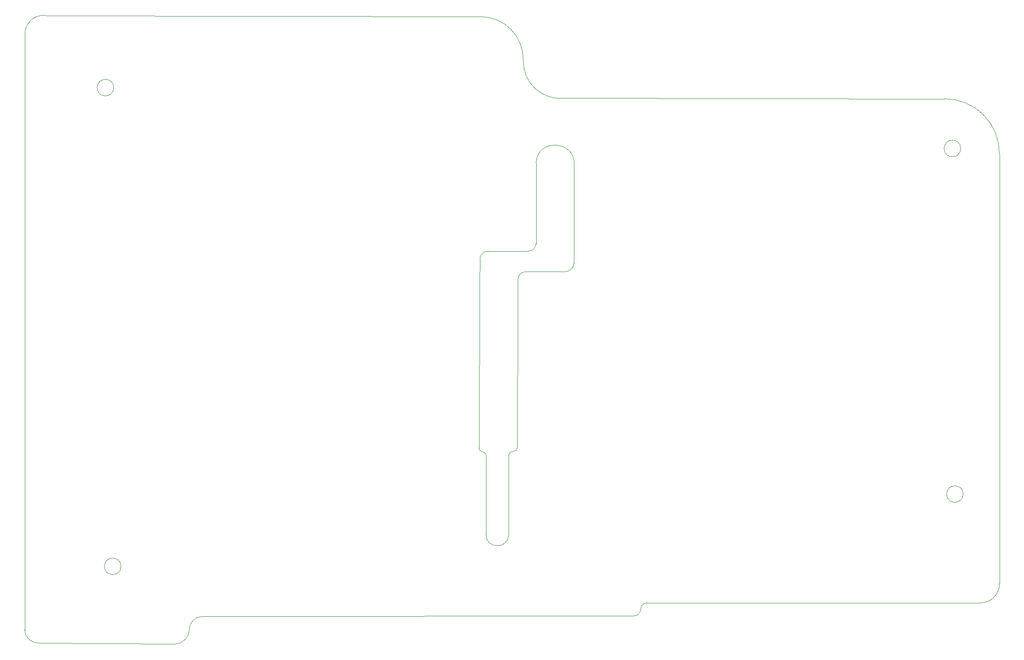
<source format=gbr>
%TF.GenerationSoftware,KiCad,Pcbnew,(6.0.1)*%
%TF.CreationDate,2022-11-29T11:45:27-05:00*%
%TF.ProjectId,high-voltage-board,68696768-2d76-46f6-9c74-6167652d626f,rev?*%
%TF.SameCoordinates,Original*%
%TF.FileFunction,Profile,NP*%
%FSLAX46Y46*%
G04 Gerber Fmt 4.6, Leading zero omitted, Abs format (unit mm)*
G04 Created by KiCad (PCBNEW (6.0.1)) date 2022-11-29 11:45:27*
%MOMM*%
%LPD*%
G01*
G04 APERTURE LIST*
%TA.AperFunction,Profile*%
%ADD10C,0.100000*%
%TD*%
G04 APERTURE END LIST*
D10*
X219914047Y-125018766D02*
G75*
G03*
X219914047Y-125018766I-1524849J0D01*
G01*
X226593528Y-141503528D02*
X226568000Y-62484000D01*
X139471710Y-84124800D02*
G75*
G03*
X138074400Y-85598000I-3J-1399262D01*
G01*
X159375974Y-147437974D02*
X81737200Y-147523200D01*
X148413785Y-64459373D02*
X148336000Y-82600800D01*
X159375974Y-147437974D02*
G75*
G03*
X160645974Y-146167974I1J1269999D01*
G01*
X131089710Y-81813710D02*
X131013200Y-86258400D01*
X136347200Y-117881400D02*
X136372600Y-132486400D01*
X51674076Y-37048125D02*
G75*
G03*
X47483076Y-40477125I-820272J-3273112D01*
G01*
X139065001Y-45212000D02*
G75*
G03*
X146558000Y-52197000I6775549J-243156D01*
G01*
X47411325Y-150022876D02*
G75*
G03*
X49824325Y-152435876I2565482J152482D01*
G01*
X132181010Y-132435600D02*
G75*
G03*
X136372600Y-132486400I2096103J0D01*
G01*
X161788974Y-145024974D02*
X223037528Y-145059528D01*
X137337800Y-117119400D02*
G75*
G03*
X137972800Y-116484400I1J634999D01*
G01*
X132198813Y-117864187D02*
X132181010Y-132435600D01*
X223037528Y-145059528D02*
G75*
G03*
X226593528Y-141503528I1J3555999D01*
G01*
X139065000Y-45212000D02*
G75*
G03*
X131191000Y-37193402I-7864408J152713D01*
G01*
X75006200Y-152603200D02*
G75*
G03*
X77673200Y-149936200I1J2666999D01*
G01*
X47411325Y-150022876D02*
X47483076Y-40477125D01*
X139928290Y-80339890D02*
G75*
G03*
X141427200Y-78892400I-7J1499831D01*
G01*
X216552598Y-52306402D02*
X146558000Y-52197000D01*
X131013200Y-86258400D02*
X130911600Y-116535200D01*
X138023600Y-89865200D02*
X138074400Y-85598000D01*
X132198813Y-117864187D02*
G75*
G03*
X131563813Y-117229187I-634999J1D01*
G01*
X130911599Y-116535200D02*
G75*
G03*
X131563813Y-117229187I652210J-40520D01*
G01*
X139471710Y-84124800D02*
X146837090Y-84099090D01*
X63774849Y-50250000D02*
G75*
G03*
X63774849Y-50250000I-1524849J0D01*
G01*
X80086200Y-147523200D02*
G75*
G03*
X77673200Y-149936200I-5J-2412995D01*
G01*
X161788974Y-145024974D02*
G75*
G03*
X160645974Y-146167974I0J-1143000D01*
G01*
X81737200Y-147523200D02*
X80086200Y-147523200D01*
X137337800Y-117119400D02*
G75*
G03*
X136347200Y-117881400I-13J-1024873D01*
G01*
X65125547Y-138306266D02*
G75*
G03*
X65125547Y-138306266I-1524849J0D01*
G01*
X132562910Y-80340510D02*
G75*
G03*
X131089710Y-81813710I-1J-1473199D01*
G01*
X139928290Y-80339890D02*
X132562910Y-80340510D01*
X148413785Y-64459373D02*
G75*
G03*
X141403385Y-64103773I-3506791J146433D01*
G01*
X75006200Y-152603200D02*
X49824325Y-152435876D01*
X219455947Y-61445866D02*
G75*
G03*
X219455947Y-61445866I-1524849J0D01*
G01*
X51674076Y-37048125D02*
X131191000Y-37193402D01*
X146837090Y-84099090D02*
G75*
G03*
X148336000Y-82600800I-3J1498913D01*
G01*
X138023600Y-89865200D02*
X137972800Y-116484400D01*
X226568000Y-62484000D02*
G75*
G03*
X216552598Y-52306402I-10015402J160904D01*
G01*
X141403385Y-64103773D02*
X141427200Y-78892400D01*
M02*

</source>
